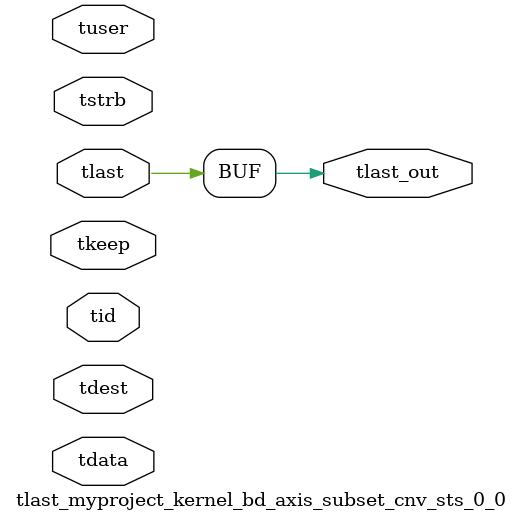
<source format=v>


`timescale 1ps/1ps

module tlast_myproject_kernel_bd_axis_subset_cnv_sts_0_0 #
(
parameter C_S_AXIS_TID_WIDTH   = 1,
parameter C_S_AXIS_TUSER_WIDTH = 0,
parameter C_S_AXIS_TDATA_WIDTH = 0,
parameter C_S_AXIS_TDEST_WIDTH = 0
)
(
input  [(C_S_AXIS_TID_WIDTH   == 0 ? 1 : C_S_AXIS_TID_WIDTH)-1:0       ] tid,
input  [(C_S_AXIS_TDATA_WIDTH == 0 ? 1 : C_S_AXIS_TDATA_WIDTH)-1:0     ] tdata,
input  [(C_S_AXIS_TUSER_WIDTH == 0 ? 1 : C_S_AXIS_TUSER_WIDTH)-1:0     ] tuser,
input  [(C_S_AXIS_TDEST_WIDTH == 0 ? 1 : C_S_AXIS_TDEST_WIDTH)-1:0     ] tdest,
input  [(C_S_AXIS_TDATA_WIDTH/8)-1:0 ] tkeep,
input  [(C_S_AXIS_TDATA_WIDTH/8)-1:0 ] tstrb,
input  [0:0]                                                             tlast,
output                                                                   tlast_out
);

assign tlast_out = {tlast};

endmodule


</source>
